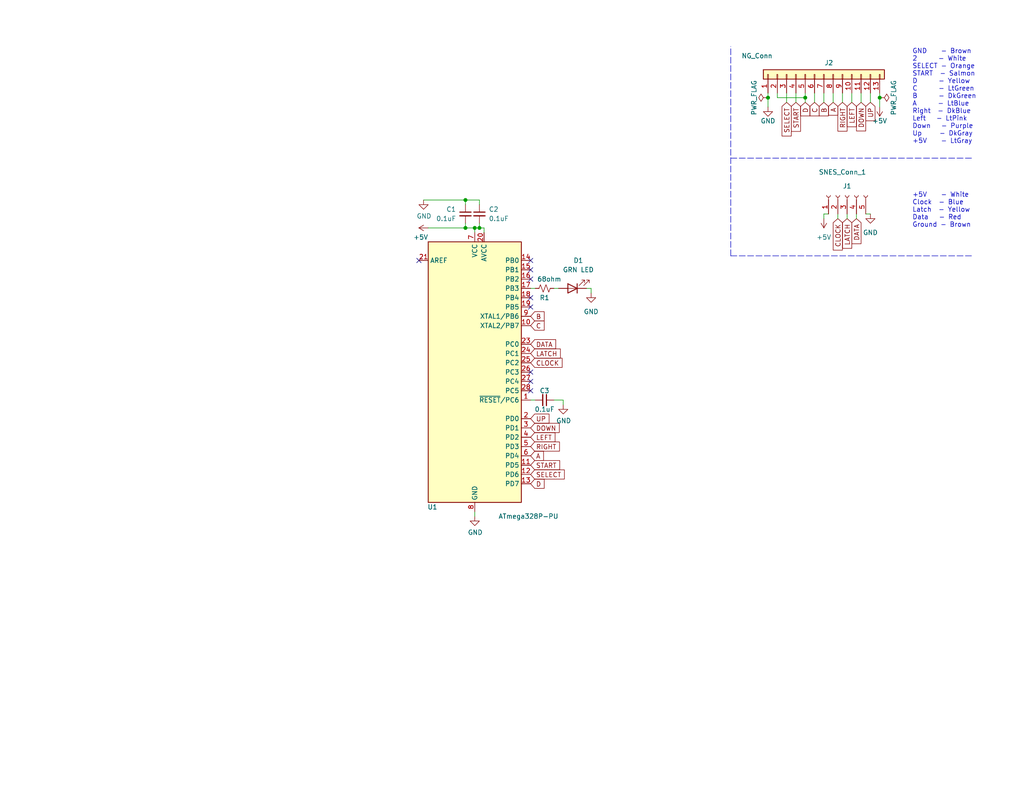
<source format=kicad_sch>
(kicad_sch (version 20211123) (generator eeschema)
  (paper "USLetter")
  (title_block (title "${PROJECT_NAME}") (date "${ISSUE_DATE}") (rev "${REV_NUMBER}") (company "${AUTHOR_NAME}"))
  (lib_symbols
    (symbol "Connector:Conn_01x05_Female" (pin_names (offset 1.016) hide)
      (property "Reference" "J" (at 0 7.62 0))
      (property "Value" "Conn_01x05_Female" (at 0 -7.62 0))
      (symbol "Conn_01x05_Female_1_1"
        (arc (start 0 -4.572) (mid -0.508 -5.08) (end 0 -5.588) (stroke (width 0.1524)))
        (arc (start 0 -2.032) (mid -0.508 -2.54) (end 0 -3.048) (stroke (width 0.1524)))
        (polyline (pts (xy -1.27 -5.08) (xy -0.508 -5.08)) (stroke (width 0.1524)))
        (polyline (pts (xy -1.27 -2.54) (xy -0.508 -2.54)) (stroke (width 0.1524)))
        (polyline (pts (xy -1.27 0) (xy -0.508 0)) (stroke (width 0.1524)))
        (polyline (pts (xy -1.27 2.54) (xy -0.508 2.54)) (stroke (width 0.1524)))
        (polyline (pts (xy -1.27 5.08) (xy -0.508 5.08)) (stroke (width 0.1524)))
        (arc (start 0 0.508) (mid -0.508 0) (end 0 -0.508) (stroke (width 0.1524)))
        (arc (start 0 3.048) (mid -0.508 2.54) (end 0 2.032) (stroke (width 0.1524)))
        (arc (start 0 5.588) (mid -0.508 5.08) (end 0 4.572) (stroke (width 0.1524)))
        (pin passive line (at -5.08 5.08 0) (length 3.81) (name "Pin_1") (number "1"))
        (pin passive line (at -5.08 2.54 0) (length 3.81) (name "Pin_2") (number "2"))
        (pin passive line (at -5.08 0 0) (length 3.81) (name "Pin_3") (number "3"))
        (pin passive line (at -5.08 -2.54 0) (length 3.81) (name "Pin_4") (number "4"))
        (pin passive line (at -5.08 -5.08 0) (length 3.81) (name "Pin_5") (number "5"))
      )
    )
    (symbol "Connector_Generic:Conn_01x13" (pin_names (offset 1.016) hide)
      (property "Reference" "J" (at 0 17.78 0))
      (property "Value" "Conn_01x13" (at 0 -17.78 0))
      (symbol "Conn_01x13_1_1"
        (rectangle (start -1.27 -15.113) (end 0 -15.367) (stroke (width 0.1524)))
        (rectangle (start -1.27 -12.573) (end 0 -12.827) (stroke (width 0.1524)))
        (rectangle (start -1.27 -10.033) (end 0 -10.287) (stroke (width 0.1524)))
        (rectangle (start -1.27 -7.493) (end 0 -7.747) (stroke (width 0.1524)))
        (rectangle (start -1.27 -4.953) (end 0 -5.207) (stroke (width 0.1524)))
        (rectangle (start -1.27 -2.413) (end 0 -2.667) (stroke (width 0.1524)))
        (rectangle (start -1.27 0.127) (end 0 -0.127) (stroke (width 0.1524)))
        (rectangle (start -1.27 2.667) (end 0 2.413) (stroke (width 0.1524)))
        (rectangle (start -1.27 5.207) (end 0 4.953) (stroke (width 0.1524)))
        (rectangle (start -1.27 7.747) (end 0 7.493) (stroke (width 0.1524)))
        (rectangle (start -1.27 10.287) (end 0 10.033) (stroke (width 0.1524)))
        (rectangle (start -1.27 12.827) (end 0 12.573) (stroke (width 0.1524)))
        (rectangle (start -1.27 15.367) (end 0 15.113) (stroke (width 0.1524)))
        (rectangle (start -1.27 16.51) (end 1.27 -16.51) (stroke (width 0.254)) (fill (type background)))
        (pin passive line (at -5.08 15.24 0) (length 3.81) (name "Pin_1") (number "1"))
        (pin passive line (at -5.08 -7.62 0) (length 3.81) (name "Pin_10") (number "10"))
        (pin passive line (at -5.08 -10.16 0) (length 3.81) (name "Pin_11") (number "11"))
        (pin passive line (at -5.08 -12.7 0) (length 3.81) (name "Pin_12") (number "12"))
        (pin passive line (at -5.08 -15.24 0) (length 3.81) (name "Pin_13") (number "13"))
        (pin passive line (at -5.08 12.7 0) (length 3.81) (name "Pin_2") (number "2"))
        (pin passive line (at -5.08 10.16 0) (length 3.81) (name "Pin_3") (number "3"))
        (pin passive line (at -5.08 7.62 0) (length 3.81) (name "Pin_4") (number "4"))
        (pin passive line (at -5.08 5.08 0) (length 3.81) (name "Pin_5") (number "5"))
        (pin passive line (at -5.08 2.54 0) (length 3.81) (name "Pin_6") (number "6"))
        (pin passive line (at -5.08 0 0) (length 3.81) (name "Pin_7") (number "7"))
        (pin passive line (at -5.08 -2.54 0) (length 3.81) (name "Pin_8") (number "8"))
        (pin passive line (at -5.08 -5.08 0) (length 3.81) (name "Pin_9") (number "9"))
      )
    )
    (symbol "Device:C_Small" (pin_numbers hide) (pin_names (offset 0.254) hide)
      (property "Reference" "C" (at 0.254 1.778 0))
      (property "Value" "C_Small" (at 0.254 -2.032 0))
      (symbol "C_Small_0_1"
        (polyline (pts (xy -1.524 -0.508) (xy 1.524 -0.508)) (stroke (width 0.3302)))
        (polyline (pts (xy -1.524 0.508) (xy 1.524 0.508)) (stroke (width 0.3048)))
      )
      (symbol "C_Small_1_1"
        (pin passive line (at 0 2.54 270) (length 2.032) (name "~") (number "1"))
        (pin passive line (at 0 -2.54 90) (length 2.032) (name "~") (number "2"))
      )
    )
    (symbol "Device:LED" (pin_numbers hide) (pin_names (offset 1.016) hide)
      (property "Reference" "D" (at 0 2.54 0))
      (property "Value" "LED" (at 0 -2.54 0))
      (symbol "LED_0_1"
        (polyline (pts (xy -1.27 -1.27) (xy -1.27 1.27)) (stroke (width 0.254)))
        (polyline (pts (xy -1.27 0) (xy 1.27 0)))
        (polyline (pts (xy 1.27 -1.27) (xy 1.27 1.27) (xy -1.27 0) (xy 1.27 -1.27)) (stroke (width 0.254)))
        (polyline (pts (xy -3.048 -0.762) (xy -4.572 -2.286) (xy -3.81 -2.286) (xy -4.572 -2.286) (xy -4.572 -1.524)))
        (polyline (pts (xy -1.778 -0.762) (xy -3.302 -2.286) (xy -2.54 -2.286) (xy -3.302 -2.286) (xy -3.302 -1.524)))
      )
      (symbol "LED_1_1"
        (pin passive line (at -3.81 0 0) (length 2.54) (name "K") (number "1"))
        (pin passive line (at 3.81 0 180) (length 2.54) (name "A") (number "2"))
      )
    )
    (symbol "Device:R_Small_US" (pin_numbers hide) (pin_names (offset 0.254) hide)
      (property "Reference" "R" (at 0.762 0.508 0))
      (property "Value" "R_Small_US" (at 0.762 -1.016 0))
      (symbol "R_Small_US_1_1"
        (polyline (pts (xy 0 0) (xy 1.016 -0.381) (xy 0 -0.762) (xy -1.016 -1.143) (xy 0 -1.524)))
        (polyline (pts (xy 0 1.524) (xy 1.016 1.143) (xy 0 0.762) (xy -1.016 0.381) (xy 0 0)))
        (pin passive line (at 0 2.54 270) (length 1.016) (name "~") (number "1"))
        (pin passive line (at 0 -2.54 90) (length 1.016) (name "~") (number "2"))
      )
    )
    (symbol "MCU_Microchip_ATmega:ATmega328P-P"
      (property "Reference" "U" (at -12.7 36.83 0))
      (property "Value" "ATmega328P-P" (at 2.54 -36.83 0))
      (symbol "ATmega328P-P_0_1"
        (rectangle (start -12.7 -35.56) (end 12.7 35.56) (stroke (width 0.254)) (fill (type background)))
      )
      (symbol "ATmega328P-P_1_1"
        (pin bidirectional line (at 15.24 -7.62 180) (length 2.54) (name "~{RESET}/PC6") (number "1"))
        (pin bidirectional line (at 15.24 12.7 180) (length 2.54) (name "XTAL2/PB7") (number "10"))
        (pin bidirectional line (at 15.24 -25.4 180) (length 2.54) (name "PD5") (number "11"))
        (pin bidirectional line (at 15.24 -27.94 180) (length 2.54) (name "PD6") (number "12"))
        (pin bidirectional line (at 15.24 -30.48 180) (length 2.54) (name "PD7") (number "13"))
        (pin bidirectional line (at 15.24 30.48 180) (length 2.54) (name "PB0") (number "14"))
        (pin bidirectional line (at 15.24 27.94 180) (length 2.54) (name "PB1") (number "15"))
        (pin bidirectional line (at 15.24 25.4 180) (length 2.54) (name "PB2") (number "16"))
        (pin bidirectional line (at 15.24 22.86 180) (length 2.54) (name "PB3") (number "17"))
        (pin bidirectional line (at 15.24 20.32 180) (length 2.54) (name "PB4") (number "18"))
        (pin bidirectional line (at 15.24 17.78 180) (length 2.54) (name "PB5") (number "19"))
        (pin bidirectional line (at 15.24 -12.7 180) (length 2.54) (name "PD0") (number "2"))
        (pin power_in line (at 2.54 38.1 270) (length 2.54) (name "AVCC") (number "20"))
        (pin passive line (at -15.24 30.48 0) (length 2.54) (name "AREF") (number "21"))
        (pin passive line (at 0 -38.1 90) (length 2.54) hide (name "GND") (number "22"))
        (pin bidirectional line (at 15.24 7.62 180) (length 2.54) (name "PC0") (number "23"))
        (pin bidirectional line (at 15.24 5.08 180) (length 2.54) (name "PC1") (number "24"))
        (pin bidirectional line (at 15.24 2.54 180) (length 2.54) (name "PC2") (number "25"))
        (pin bidirectional line (at 15.24 0 180) (length 2.54) (name "PC3") (number "26"))
        (pin bidirectional line (at 15.24 -2.54 180) (length 2.54) (name "PC4") (number "27"))
        (pin bidirectional line (at 15.24 -5.08 180) (length 2.54) (name "PC5") (number "28"))
        (pin bidirectional line (at 15.24 -15.24 180) (length 2.54) (name "PD1") (number "3"))
        (pin bidirectional line (at 15.24 -17.78 180) (length 2.54) (name "PD2") (number "4"))
        (pin bidirectional line (at 15.24 -20.32 180) (length 2.54) (name "PD3") (number "5"))
        (pin bidirectional line (at 15.24 -22.86 180) (length 2.54) (name "PD4") (number "6"))
        (pin power_in line (at 0 38.1 270) (length 2.54) (name "VCC") (number "7"))
        (pin power_in line (at 0 -38.1 90) (length 2.54) (name "GND") (number "8"))
        (pin bidirectional line (at 15.24 15.24 180) (length 2.54) (name "XTAL1/PB6") (number "9"))
      )
    )
    (symbol "power:+5V" (power) (pin_names (offset 0))
      (property "Value" "+5V" (at 0 3.556 0))
      (symbol "+5V_0_1"
        (polyline (pts (xy -0.762 1.27) (xy 0 2.54)))
        (polyline (pts (xy 0 0) (xy 0 2.54)))
        (polyline (pts (xy 0 2.54) (xy 0.762 1.27)))
      )
      (symbol "+5V_1_1"
        (pin power_in line (at 0 0 90) (length 0) hide (name "+5V") (number "1"))
      )
    )
    (symbol "power:GND" (power) (pin_names (offset 0))
      (property "Value" "GND" (at 0 -3.81 0))
      (symbol "GND_0_1"
        (polyline (pts (xy 0 0) (xy 0 -1.27) (xy 1.27 -1.27) (xy 0 -2.54) (xy -1.27 -1.27) (xy 0 -1.27)))
      )
      (symbol "GND_1_1"
        (pin power_in line (at 0 0 270) (length 0) hide (name "GND") (number "1"))
      )
    )
    (symbol "power:PWR_FLAG" (power) (pin_numbers hide) (pin_names (offset 0) hide)
      (property "Value" "PWR_FLAG" (at 0 3.81 0))
      (symbol "PWR_FLAG_0_0"
        (pin power_out line (at 0 0 90) (length 0) (name "pwr") (number "1"))
      )
      (symbol "PWR_FLAG_0_1"
        (polyline (pts (xy 0 0) (xy 0 1.27) (xy -1.016 1.905) (xy 0 2.54) (xy 1.016 1.905) (xy 0 1.27)))
      )
    )
  )
  (junction (at 219.71 26.67))
  (junction (at 240.03 26.67))
  (junction (at 130.81 62.23))
  (junction (at 127 62.23))
  (junction (at 127 54.61))
  (junction (at 129.54 62.23))
  (junction (at 209.55 26.67))
  (no_connect (at 144.78 76.2))
  (no_connect (at 144.78 101.6))
  (no_connect (at 144.78 81.28))
  (no_connect (at 144.78 73.66))
  (no_connect (at 144.78 71.12))
  (no_connect (at 144.78 83.82))
  (no_connect (at 144.78 104.14))
  (no_connect (at 114.3 71.12))
  (no_connect (at 144.78 106.68))
  (wire (pts (xy 153.67 109.22) (xy 153.67 110.49)))
  (wire (pts (xy 212.09 26.67) (xy 219.71 26.67)))
  (wire (pts (xy 222.25 27.94) (xy 222.25 25.4)))
  (wire (pts (xy 127 62.23) (xy 129.54 62.23)))
  (wire (pts (xy 151.13 78.74) (xy 152.4 78.74)))
  (wire (pts (xy 236.22 58.42) (xy 237.49 58.42)))
  (wire (pts (xy 160.02 78.74) (xy 161.29 78.74)))
  (wire (pts (xy 233.68 58.42) (xy 233.68 59.69)))
  (wire (pts (xy 232.41 27.94) (xy 232.41 25.4)))
  (wire (pts (xy 224.79 58.42) (xy 224.79 59.69)))
  (wire (pts (xy 234.95 25.4) (xy 234.95 27.94)))
  (wire (pts (xy 144.78 109.22) (xy 146.05 109.22)))
  (wire (pts (xy 129.54 63.5) (xy 129.54 62.23)))
  (wire (pts (xy 224.79 25.4) (xy 224.79 27.94)))
  (wire (pts (xy 127 55.88) (xy 127 54.61)))
  (wire (pts (xy 161.29 78.74) (xy 161.29 80.01)))
  (wire (pts (xy 237.49 27.94) (xy 237.49 25.4)))
  (wire (pts (xy 231.14 58.42) (xy 231.14 59.69)))
  (polyline (pts (xy 199.39 43.18) (xy 265.43 43.18)))
  (wire (pts (xy 209.55 26.67) (xy 209.55 29.21)))
  (wire (pts (xy 224.79 58.42) (xy 226.06 58.42)))
  (wire (pts (xy 219.71 26.67) (xy 219.71 27.94)))
  (wire (pts (xy 132.08 62.23) (xy 130.81 62.23)))
  (polyline (pts (xy 199.39 69.85) (xy 199.39 12.7)))
  (wire (pts (xy 116.84 62.23) (xy 127 62.23)))
  (wire (pts (xy 228.6 58.42) (xy 228.6 59.69)))
  (wire (pts (xy 209.55 25.4) (xy 209.55 26.67)))
  (wire (pts (xy 127 62.23) (xy 127 60.96)))
  (wire (pts (xy 240.03 25.4) (xy 240.03 26.67)))
  (wire (pts (xy 130.81 60.96) (xy 130.81 62.23)))
  (wire (pts (xy 214.63 25.4) (xy 214.63 27.94)))
  (wire (pts (xy 130.81 62.23) (xy 129.54 62.23)))
  (wire (pts (xy 212.09 25.4) (xy 212.09 26.67)))
  (wire (pts (xy 127 54.61) (xy 130.81 54.61)))
  (wire (pts (xy 132.08 62.23) (xy 132.08 63.5)))
  (wire (pts (xy 227.33 27.94) (xy 227.33 25.4)))
  (wire (pts (xy 130.81 55.88) (xy 130.81 54.61)))
  (wire (pts (xy 144.78 78.74) (xy 146.05 78.74)))
  (wire (pts (xy 219.71 25.4) (xy 219.71 26.67)))
  (wire (pts (xy 129.54 140.97) (xy 129.54 139.7)))
  (wire (pts (xy 151.13 109.22) (xy 153.67 109.22)))
  (wire (pts (xy 240.03 26.67) (xy 240.03 29.21)))
  (wire (pts (xy 115.57 54.61) (xy 127 54.61)))
  (polyline (pts (xy 199.39 69.85) (xy 265.43 69.85)))
  (wire (pts (xy 217.17 25.4) (xy 217.17 27.94)))
  (wire (pts (xy 229.87 25.4) (xy 229.87 27.94)))
  (text "+5V    - White\nClock  - Blue\nLatch  - Yellow\nData   - Red\nGround - Brown\n" (at 248.92 62.23 0) (effects (font (size 1.27 1.27)) (justify left bottom)))
  (text "GND    - Brown\n2      - White\nSELECT - Orange\nSTART  - Salmon\nD      - Yellow\nC      - LtGreen\nB      - DkGreen\nA      - LtBlue\nRight  - DkBlue\nLeft   - LtPink\nDown   - Purple\nUp     - DkGray\n+5V    - LtGray\n" (at 248.92 39.37 0) (effects (font (size 1.27 1.27)) (justify left bottom)))
  (global_label "DATA" (shape input) (at 144.78 93.98 0) (property "Intersheet References" "${INTERSHEET_REFS}" (effects hide)))
  (global_label "SELECT" (shape input) (at 144.78 129.54 0) (property "Intersheet References" "${INTERSHEET_REFS}" (effects hide)))
  (global_label "LATCH" (shape input) (at 231.14 59.69 270) (property "Intersheet References" "${INTERSHEET_REFS}" (effects hide)))
  (global_label "A" (shape input) (at 144.78 124.46 0) (property "Intersheet References" "${INTERSHEET_REFS}" (effects hide)))
  (global_label "CLOCK" (shape input) (at 228.6 59.69 270) (property "Intersheet References" "${INTERSHEET_REFS}" (effects hide)))
  (global_label "SELECT" (shape input) (at 214.63 27.94 270) (property "Intersheet References" "${INTERSHEET_REFS}" (effects hide)))
  (global_label "RIGHT" (shape input) (at 144.78 121.92 0) (property "Intersheet References" "${INTERSHEET_REFS}" (effects hide)))
  (global_label "UP" (shape input) (at 144.78 114.3 0) (property "Intersheet References" "${INTERSHEET_REFS}" (effects hide)))
  (global_label "LATCH" (shape input) (at 144.78 96.52 0) (property "Intersheet References" "${INTERSHEET_REFS}" (effects hide)))
  (global_label "DOWN" (shape input) (at 234.95 27.94 270) (property "Intersheet References" "${INTERSHEET_REFS}" (effects hide)))
  (global_label "LEFT" (shape input) (at 232.41 27.94 270) (property "Intersheet References" "${INTERSHEET_REFS}" (effects hide)))
  (global_label "CLOCK" (shape input) (at 144.78 99.06 0) (property "Intersheet References" "${INTERSHEET_REFS}" (effects hide)))
  (global_label "C" (shape input) (at 144.78 88.9 0) (property "Intersheet References" "${INTERSHEET_REFS}" (effects hide)))
  (global_label "D" (shape input) (at 219.71 27.94 270) (property "Intersheet References" "${INTERSHEET_REFS}" (effects hide)))
  (global_label "D" (shape input) (at 144.78 132.08 0) (property "Intersheet References" "${INTERSHEET_REFS}" (effects hide)))
  (global_label "START" (shape input) (at 144.78 127 0) (property "Intersheet References" "${INTERSHEET_REFS}" (effects hide)))
  (global_label "A" (shape input) (at 227.33 27.94 270) (property "Intersheet References" "${INTERSHEET_REFS}" (effects hide)))
  (global_label "B" (shape input) (at 224.79 27.94 270) (property "Intersheet References" "${INTERSHEET_REFS}" (effects hide)))
  (global_label "C" (shape input) (at 222.25 27.94 270) (property "Intersheet References" "${INTERSHEET_REFS}" (effects hide)))
  (global_label "RIGHT" (shape input) (at 229.87 27.94 270) (property "Intersheet References" "${INTERSHEET_REFS}" (effects hide)))
  (global_label "B" (shape input) (at 144.78 86.36 0) (property "Intersheet References" "${INTERSHEET_REFS}" (effects hide)))
  (global_label "START" (shape input) (at 217.17 27.94 270) (property "Intersheet References" "${INTERSHEET_REFS}" (effects hide)))
  (global_label "DOWN" (shape input) (at 144.78 116.84 0) (property "Intersheet References" "${INTERSHEET_REFS}" (effects hide)))
  (global_label "LEFT" (shape input) (at 144.78 119.38 0) (property "Intersheet References" "${INTERSHEET_REFS}" (effects hide)))
  (global_label "UP" (shape input) (at 237.49 27.94 270) (property "Intersheet References" "${INTERSHEET_REFS}" (effects hide)))
  (global_label "DATA" (shape input) (at 233.68 59.69 270) (property "Intersheet References" "${INTERSHEET_REFS}" (effects hide)))
  (symbol (lib_id "MCU_Microchip_ATmega:ATmega328P-P") (at 129.54 101.6 0) (unit 1)
    (property "Reference" "U1" (at 119.38 138.43 0) (effects (justify right)))
    (property "Value" "ATmega328P-PU" (at 152.4 140.97 0) (effects (justify right)))
    (property "Footprint" "Package_DIP:DIP-28_W7.62mm" (effects hide))
    (property "Datasheet" "http://ww1.microchip.com/downloads/en/DeviceDoc/ATmega328_P%20AVR%20MCU%20with%20picoPower%20Technology%20Data%20Sheet%2040001984A.pdf" (effects hide))
  )
  (symbol (lib_id "Connector_Generic:Conn_01x13") (at 224.79 20.32 90) (unit 1)
    (property "Reference" "J2" (at 226.1616 17.145 90))
    (property "Value" "NG_Conn" (at 210.82 15.24 90) (effects (justify left)))
    (property "Footprint" "Connector_PinHeader_2.54mm:PinHeader_1x13_P2.54mm_Vertical" (effects hide))
  )
  (symbol (lib_id "power:GND") (at 209.55 29.21 0) (unit 1)
    (property "Reference" "#PWR07" (effects hide))
    (property "Value" "GND" (at 209.55 33.02 0))
  )
  (symbol (lib_id "power:+5V") (at 240.03 29.21 180) (unit 1)
    (property "Reference" "#PWR09" (effects hide))
    (property "Value" "+5V" (at 240.03 33.02 0))
  )
  (symbol (lib_id "power:PWR_FLAG") (at 240.03 26.67 270) (unit 1)
    (property "Reference" "#FLG02" (effects hide))
    (property "Value" "PWR_FLAG" (at 243.84 26.67 0))
  )
  (symbol (lib_id "power:PWR_FLAG") (at 209.55 26.67 90) (unit 1)
    (property "Reference" "#FLG01" (effects hide))
    (property "Value" "PWR_FLAG" (at 205.74 26.67 0))
  )
  (symbol (lib_id "power:GND") (at 129.54 140.97 0) (unit 1)
    (property "Reference" "#PWR03" (effects hide))
    (property "Value" "GND" (at 129.667 145.3642 0))
  )
  (symbol (lib_id "Device:C_Small") (at 127 58.42 0) (unit 1)
    (property "Reference" "C1" (at 124.46 57.15 0) (effects (justify right)))
    (property "Value" "0.1uF" (at 124.46 59.69 0) (effects (justify right)))
    (property "Footprint" "Capacitor_SMD:C_0805_2012Metric_Pad1.18x1.45mm_HandSolder" (effects hide))
  )
  (symbol (lib_id "power:GND") (at 115.57 54.61 0) (unit 1)
    (property "Reference" "#PWR01" (effects hide))
    (property "Value" "GND" (at 115.697 59.0042 0))
  )
  (symbol (lib_id "Device:C_Small") (at 130.81 58.42 0) (unit 1)
    (property "Reference" "C2" (at 133.35 57.15 0) (effects (justify left)))
    (property "Value" "0.1uF" (at 133.35 59.69 0) (effects (justify left)))
    (property "Footprint" "Capacitor_SMD:C_0805_2012Metric_Pad1.18x1.45mm_HandSolder" (effects hide))
  )
  (symbol (lib_id "power:+5V") (at 116.84 62.23 90) (unit 1)
    (property "Reference" "#PWR02" (effects hide))
    (property "Value" "+5V" (at 116.84 64.77 90) (effects (justify left)))
  )
  (symbol (lib_id "Device:C_Small") (at 148.59 109.22 270) (unit 1)
    (property "Reference" "C3" (at 148.59 106.68 90))
    (property "Value" "0.1uF" (at 148.59 111.76 90))
    (property "Footprint" "Capacitor_SMD:C_0805_2012Metric_Pad1.18x1.45mm_HandSolder" (effects hide))
  )
  (symbol (lib_id "power:GND") (at 153.67 110.49 0) (unit 1)
    (property "Reference" "#PWR04" (effects hide))
    (property "Value" "GND" (at 153.797 114.8842 0))
  )
  (symbol (lib_id "power:GND") (at 161.29 80.01 0) (unit 1)
    (property "Reference" "#PWR05" (effects hide))
    (property "Value" "GND" (at 161.29 85.09 0))
  )
  (symbol (lib_id "Device:LED") (at 156.21 78.74 180) (unit 1)
    (property "Reference" "D1" (at 157.7975 71.12 0))
    (property "Value" "GRN LED" (at 157.7975 73.66 0))
    (property "Footprint" "LED_THT:LED_Rectangular_W3.0mm_H2.0mm" (effects hide))
  )
  (symbol (lib_id "power:GND") (at 237.49 58.42 0) (unit 1)
    (property "Reference" "#PWR08" (effects hide))
    (property "Value" "GND" (at 237.49 63.5 0))
  )
  (symbol (lib_id "Connector:Conn_01x05_Female") (at 231.14 53.34 90) (unit 1)
    (property "Reference" "J1" (at 231.14 50.8 90))
    (property "Value" "SNES_Conn_1" (at 229.87 46.99 90))
    (property "Footprint" "NGWireless:Wide5PinConnector" (effects hide))
  )
  (symbol (lib_id "Device:R_Small_US") (at 148.59 78.74 90) (unit 1)
    (property "Reference" "R1" (at 148.59 81.28 90))
    (property "Value" "68ohm" (at 149.86 76.2 90))
    (property "Footprint" "Resistor_SMD:R_0805_2012Metric_Pad1.20x1.40mm_HandSolder" (effects hide))
  )
  (symbol (lib_id "power:+5V") (at 224.79 59.69 180) (unit 1)
    (property "Reference" "#PWR06" (effects hide))
    (property "Value" "+5V" (at 224.79 64.77 0))
  )
)
</source>
